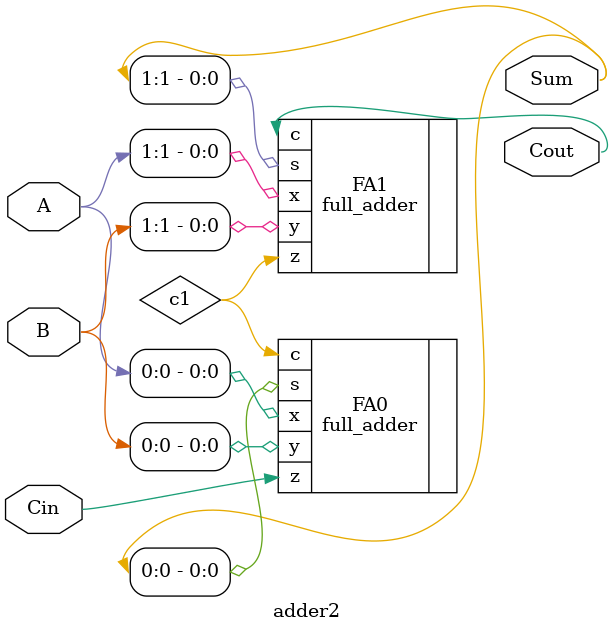
<source format=sv>
module adder2(input [1:0] A,B, input Cin, output logic [1:0] Sum, output logic Cout);
	logic c1;
	full_adder FA0(.x(A[0]), .y(B[0]), .z(Cin), .c(c1), .s(Sum[0]));
	full_adder FA1(.x(A[1]), .y(B[1]), .z(c1), .c(Cout), .s(Sum[1]));
endmodule

</source>
